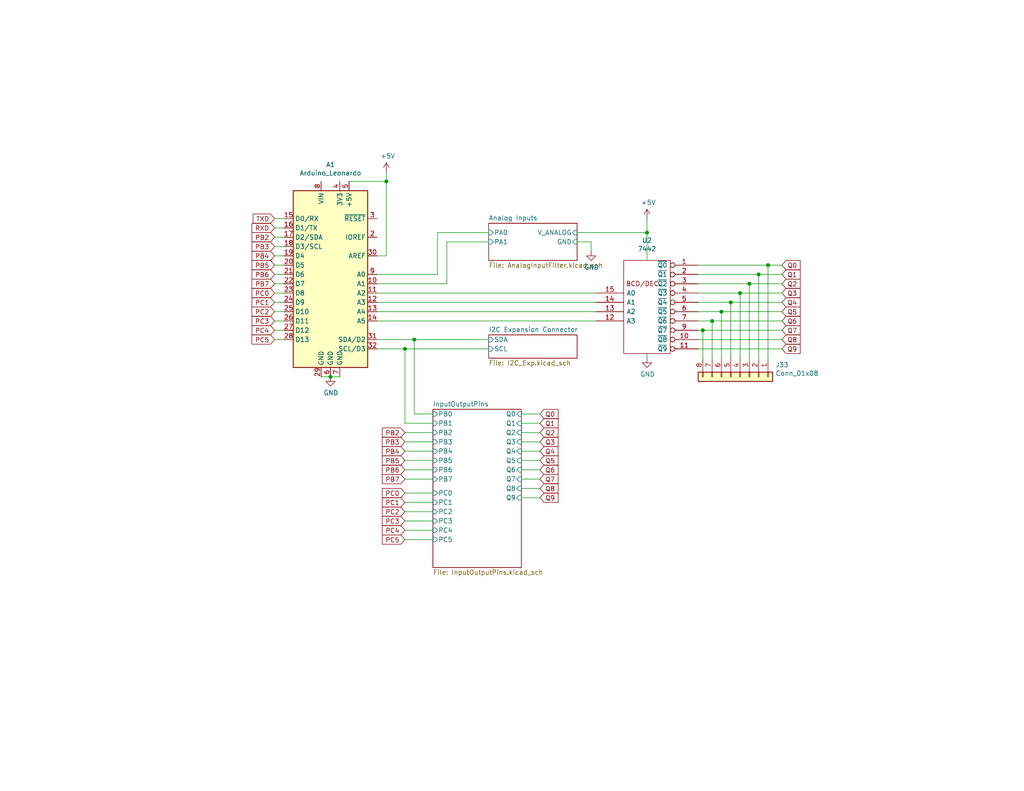
<source format=kicad_sch>
(kicad_sch (version 20211123) (generator eeschema)
  (paper "USLetter")
  (title_block (title "uC-HMI") (date "2021-09-05") (rev "2") (company "Jacobston Inc"))
  (lib_symbols
    (symbol "74xx_IEEE:7442" (pin_names (offset 0.762))
      (property "Reference" "U" (at 6.35 13.97 0))
      (property "Value" "7442" (at 8.89 -15.24 0))
      (symbol "7442_0_0"
        (rectangle (start -6.35 12.7) (end 6.35 -12.7))
        (text "BCD/DEC" (at -1.27 6.35 0) (effects (font (size 1.27 1.27))))
        (pin power_in line (at 0 12.7 270) (length 0) hide (name "VCC") (number "16"))
        (pin power_in line (at 0 -12.7 90) (length 0) hide (name "GND") (number "8"))
      )
      (symbol "7442_1_1"
        (pin output inverted (at 13.97 11.43 180) (length 7.62) (name "~{Q0}") (number "1"))
        (pin output inverted (at 13.97 -8.89 180) (length 7.62) (name "~{Q8}") (number "10"))
        (pin output inverted (at 13.97 -11.43 180) (length 7.62) (name "~{Q9}") (number "11"))
        (pin input line (at -13.97 -3.81 0) (length 7.62) (name "A3") (number "12"))
        (pin input line (at -13.97 -1.27 0) (length 7.62) (name "A2") (number "13"))
        (pin input line (at -13.97 1.27 0) (length 7.62) (name "A1") (number "14"))
        (pin input line (at -13.97 3.81 0) (length 7.62) (name "A0") (number "15"))
        (pin output inverted (at 13.97 8.89 180) (length 7.62) (name "~{Q1}") (number "2"))
        (pin output inverted (at 13.97 6.35 180) (length 7.62) (name "~{Q2}") (number "3"))
        (pin output inverted (at 13.97 3.81 180) (length 7.62) (name "~{Q3}") (number "4"))
        (pin output inverted (at 13.97 1.27 180) (length 7.62) (name "~{Q4}") (number "5"))
        (pin output inverted (at 13.97 -1.27 180) (length 7.62) (name "~{Q5}") (number "6"))
        (pin output inverted (at 13.97 -3.81 180) (length 7.62) (name "~{Q6}") (number "7"))
        (pin output inverted (at 13.97 -6.35 180) (length 7.62) (name "~{Q7}") (number "9"))
      )
    )
    (symbol "Connector_Generic:Conn_01x08" (pin_names (offset 1.016) hide)
      (property "Reference" "J" (at 0 10.16 0))
      (property "Value" "Conn_01x08" (at 0 -12.7 0))
      (symbol "Conn_01x08_1_1"
        (rectangle (start -1.27 -10.033) (end 0 -10.287) (stroke (width 0.1524)))
        (rectangle (start -1.27 -7.493) (end 0 -7.747) (stroke (width 0.1524)))
        (rectangle (start -1.27 -4.953) (end 0 -5.207) (stroke (width 0.1524)))
        (rectangle (start -1.27 -2.413) (end 0 -2.667) (stroke (width 0.1524)))
        (rectangle (start -1.27 0.127) (end 0 -0.127) (stroke (width 0.1524)))
        (rectangle (start -1.27 2.667) (end 0 2.413) (stroke (width 0.1524)))
        (rectangle (start -1.27 5.207) (end 0 4.953) (stroke (width 0.1524)))
        (rectangle (start -1.27 7.747) (end 0 7.493) (stroke (width 0.1524)))
        (rectangle (start -1.27 8.89) (end 1.27 -11.43) (stroke (width 0.254)) (fill (type background)))
        (pin passive line (at -5.08 7.62 0) (length 3.81) (name "Pin_1") (number "1"))
        (pin passive line (at -5.08 5.08 0) (length 3.81) (name "Pin_2") (number "2"))
        (pin passive line (at -5.08 2.54 0) (length 3.81) (name "Pin_3") (number "3"))
        (pin passive line (at -5.08 0 0) (length 3.81) (name "Pin_4") (number "4"))
        (pin passive line (at -5.08 -2.54 0) (length 3.81) (name "Pin_5") (number "5"))
        (pin passive line (at -5.08 -5.08 0) (length 3.81) (name "Pin_6") (number "6"))
        (pin passive line (at -5.08 -7.62 0) (length 3.81) (name "Pin_7") (number "7"))
        (pin passive line (at -5.08 -10.16 0) (length 3.81) (name "Pin_8") (number "8"))
      )
    )
    (symbol "MCU_Module:Arduino_Leonardo"
      (property "Reference" "A" (at -10.16 23.495 0))
      (property "Value" "Arduino_Leonardo" (at 5.08 -26.67 0))
      (symbol "Arduino_Leonardo_0_1"
        (rectangle (start -10.16 22.86) (end 10.16 -25.4) (stroke (width 0.254)) (fill (type background)))
      )
      (symbol "Arduino_Leonardo_1_1"
        (pin no_connect line (at -10.16 -20.32 0) (length 2.54) hide (name "NC") (number "1"))
        (pin bidirectional line (at 12.7 -2.54 180) (length 2.54) (name "A1") (number "10"))
        (pin bidirectional line (at 12.7 -5.08 180) (length 2.54) (name "A2") (number "11"))
        (pin bidirectional line (at 12.7 -7.62 180) (length 2.54) (name "A3") (number "12"))
        (pin bidirectional line (at 12.7 -10.16 180) (length 2.54) (name "A4") (number "13"))
        (pin bidirectional line (at 12.7 -12.7 180) (length 2.54) (name "A5") (number "14"))
        (pin bidirectional line (at -12.7 15.24 0) (length 2.54) (name "D0/RX") (number "15"))
        (pin bidirectional line (at -12.7 12.7 0) (length 2.54) (name "D1/TX") (number "16"))
        (pin bidirectional line (at -12.7 10.16 0) (length 2.54) (name "D2/SDA") (number "17"))
        (pin bidirectional line (at -12.7 7.62 0) (length 2.54) (name "D3/SCL") (number "18"))
        (pin bidirectional line (at -12.7 5.08 0) (length 2.54) (name "D4") (number "19"))
        (pin output line (at 12.7 10.16 180) (length 2.54) (name "IOREF") (number "2"))
        (pin bidirectional line (at -12.7 2.54 0) (length 2.54) (name "D5") (number "20"))
        (pin bidirectional line (at -12.7 0 0) (length 2.54) (name "D6") (number "21"))
        (pin bidirectional line (at -12.7 -2.54 0) (length 2.54) (name "D7") (number "22"))
        (pin bidirectional line (at -12.7 -5.08 0) (length 2.54) (name "D8") (number "23"))
        (pin bidirectional line (at -12.7 -7.62 0) (length 2.54) (name "D9") (number "24"))
        (pin bidirectional line (at -12.7 -10.16 0) (length 2.54) (name "D10") (number "25"))
        (pin bidirectional line (at -12.7 -12.7 0) (length 2.54) (name "D11") (number "26"))
        (pin bidirectional line (at -12.7 -15.24 0) (length 2.54) (name "D12") (number "27"))
        (pin bidirectional line (at -12.7 -17.78 0) (length 2.54) (name "D13") (number "28"))
        (pin power_in line (at -2.54 -27.94 90) (length 2.54) (name "GND") (number "29"))
        (pin input line (at 12.7 15.24 180) (length 2.54) (name "~{RESET}") (number "3"))
        (pin input line (at 12.7 5.08 180) (length 2.54) (name "AREF") (number "30"))
        (pin bidirectional line (at 12.7 -17.78 180) (length 2.54) (name "SDA/D2") (number "31"))
        (pin bidirectional line (at 12.7 -20.32 180) (length 2.54) (name "SCL/D3") (number "32"))
        (pin power_out line (at 2.54 25.4 270) (length 2.54) (name "3V3") (number "4"))
        (pin power_out line (at 5.08 25.4 270) (length 2.54) (name "+5V") (number "5"))
        (pin power_in line (at 0 -27.94 90) (length 2.54) (name "GND") (number "6"))
        (pin power_in line (at 2.54 -27.94 90) (length 2.54) (name "GND") (number "7"))
        (pin power_in line (at -2.54 25.4 270) (length 2.54) (name "VIN") (number "8"))
        (pin bidirectional line (at 12.7 0 180) (length 2.54) (name "A0") (number "9"))
      )
    )
    (symbol "power:+5V" (power) (pin_names (offset 0))
      (property "Value" "+5V" (at 0 3.556 0))
      (symbol "+5V_0_1"
        (polyline (pts (xy -0.762 1.27) (xy 0 2.54)))
        (polyline (pts (xy 0 0) (xy 0 2.54)))
        (polyline (pts (xy 0 2.54) (xy 0.762 1.27)))
      )
      (symbol "+5V_1_1"
        (pin power_in line (at 0 0 90) (length 0) hide (name "+5V") (number "1"))
      )
    )
    (symbol "power:GND" (power) (pin_names (offset 0))
      (property "Value" "GND" (at 0 -3.81 0))
      (symbol "GND_0_1"
        (polyline (pts (xy 0 0) (xy 0 -1.27) (xy 1.27 -1.27) (xy 0 -2.54) (xy -1.27 -1.27) (xy 0 -1.27)))
      )
      (symbol "GND_1_1"
        (pin power_in line (at 0 0 270) (length 0) hide (name "GND") (number "1"))
      )
    )
  )
  (junction (at 204.47 77.47))
  (junction (at 199.39 82.55))
  (junction (at 207.01 74.93))
  (junction (at 201.93 80.01))
  (junction (at 194.31 87.63))
  (junction (at 105.41 49.53))
  (junction (at 176.53 63.5))
  (junction (at 196.85 85.09))
  (junction (at 113.03 92.71))
  (junction (at 110.49 95.25))
  (junction (at 90.17 102.87))
  (junction (at 209.55 72.39))
  (junction (at 191.77 90.17))
  (wire (pts (xy 142.24 113.03) (xy 147.32 113.03)))
  (wire (pts (xy 190.5 95.25) (xy 213.36 95.25)))
  (wire (pts (xy 77.47 87.63) (xy 74.93 87.63)))
  (wire (pts (xy 176.53 59.69) (xy 176.53 63.5)))
  (wire (pts (xy 118.11 113.03) (xy 113.03 113.03)))
  (wire (pts (xy 209.55 72.39) (xy 213.36 72.39)))
  (wire (pts (xy 121.92 77.47) (xy 121.92 66.04)))
  (wire (pts (xy 207.01 97.79) (xy 207.01 74.93)))
  (wire (pts (xy 142.24 123.19) (xy 147.32 123.19)))
  (wire (pts (xy 74.93 62.23) (xy 77.47 62.23)))
  (wire (pts (xy 194.31 97.79) (xy 194.31 87.63)))
  (wire (pts (xy 176.53 63.5) (xy 176.53 71.12)))
  (wire (pts (xy 118.11 142.24) (xy 110.49 142.24)))
  (wire (pts (xy 118.11 130.81) (xy 110.49 130.81)))
  (wire (pts (xy 190.5 90.17) (xy 191.77 90.17)))
  (wire (pts (xy 74.93 80.01) (xy 77.47 80.01)))
  (wire (pts (xy 190.5 72.39) (xy 209.55 72.39)))
  (wire (pts (xy 162.56 80.01) (xy 102.87 80.01)))
  (wire (pts (xy 113.03 113.03) (xy 113.03 92.71)))
  (wire (pts (xy 102.87 74.93) (xy 119.38 74.93)))
  (wire (pts (xy 110.49 128.27) (xy 118.11 128.27)))
  (wire (pts (xy 196.85 97.79) (xy 196.85 85.09)))
  (wire (pts (xy 190.5 82.55) (xy 199.39 82.55)))
  (wire (pts (xy 102.87 77.47) (xy 121.92 77.47)))
  (wire (pts (xy 191.77 97.79) (xy 191.77 90.17)))
  (wire (pts (xy 102.87 92.71) (xy 113.03 92.71)))
  (wire (pts (xy 110.49 123.19) (xy 118.11 123.19)))
  (wire (pts (xy 194.31 87.63) (xy 213.36 87.63)))
  (wire (pts (xy 204.47 97.79) (xy 204.47 77.47)))
  (wire (pts (xy 147.32 135.89) (xy 142.24 135.89)))
  (wire (pts (xy 142.24 118.11) (xy 147.32 118.11)))
  (wire (pts (xy 110.49 134.62) (xy 118.11 134.62)))
  (wire (pts (xy 110.49 144.78) (xy 118.11 144.78)))
  (wire (pts (xy 118.11 137.16) (xy 110.49 137.16)))
  (wire (pts (xy 119.38 74.93) (xy 119.38 63.5)))
  (wire (pts (xy 74.93 69.85) (xy 77.47 69.85)))
  (wire (pts (xy 147.32 130.81) (xy 142.24 130.81)))
  (wire (pts (xy 118.11 120.65) (xy 110.49 120.65)))
  (wire (pts (xy 190.5 85.09) (xy 196.85 85.09)))
  (wire (pts (xy 201.93 97.79) (xy 201.93 80.01)))
  (wire (pts (xy 77.47 77.47) (xy 74.93 77.47)))
  (wire (pts (xy 190.5 74.93) (xy 207.01 74.93)))
  (wire (pts (xy 110.49 95.25) (xy 133.35 95.25)))
  (wire (pts (xy 176.53 97.79) (xy 176.53 96.52)))
  (wire (pts (xy 110.49 118.11) (xy 118.11 118.11)))
  (wire (pts (xy 157.48 63.5) (xy 176.53 63.5)))
  (wire (pts (xy 74.93 64.77) (xy 77.47 64.77)))
  (wire (pts (xy 77.47 67.31) (xy 74.93 67.31)))
  (wire (pts (xy 102.87 87.63) (xy 162.56 87.63)))
  (wire (pts (xy 191.77 90.17) (xy 213.36 90.17)))
  (wire (pts (xy 90.17 102.87) (xy 87.63 102.87)))
  (wire (pts (xy 90.17 102.87) (xy 92.71 102.87)))
  (wire (pts (xy 157.48 66.04) (xy 161.29 66.04)))
  (wire (pts (xy 207.01 74.93) (xy 213.36 74.93)))
  (wire (pts (xy 142.24 125.73) (xy 147.32 125.73)))
  (wire (pts (xy 199.39 82.55) (xy 213.36 82.55)))
  (wire (pts (xy 190.5 87.63) (xy 194.31 87.63)))
  (wire (pts (xy 102.87 82.55) (xy 162.56 82.55)))
  (wire (pts (xy 74.93 92.71) (xy 77.47 92.71)))
  (wire (pts (xy 204.47 77.47) (xy 213.36 77.47)))
  (wire (pts (xy 199.39 97.79) (xy 199.39 82.55)))
  (wire (pts (xy 77.47 82.55) (xy 74.93 82.55)))
  (wire (pts (xy 118.11 147.32) (xy 110.49 147.32)))
  (wire (pts (xy 77.47 59.69) (xy 74.93 59.69)))
  (wire (pts (xy 147.32 120.65) (xy 142.24 120.65)))
  (wire (pts (xy 105.41 49.53) (xy 105.41 69.85)))
  (wire (pts (xy 74.93 85.09) (xy 77.47 85.09)))
  (wire (pts (xy 105.41 69.85) (xy 102.87 69.85)))
  (wire (pts (xy 209.55 97.79) (xy 209.55 72.39)))
  (wire (pts (xy 121.92 66.04) (xy 133.35 66.04)))
  (wire (pts (xy 190.5 77.47) (xy 204.47 77.47)))
  (wire (pts (xy 113.03 92.71) (xy 133.35 92.71)))
  (wire (pts (xy 74.93 74.93) (xy 77.47 74.93)))
  (wire (pts (xy 118.11 125.73) (xy 110.49 125.73)))
  (wire (pts (xy 142.24 128.27) (xy 147.32 128.27)))
  (wire (pts (xy 110.49 115.57) (xy 118.11 115.57)))
  (wire (pts (xy 201.93 80.01) (xy 213.36 80.01)))
  (wire (pts (xy 147.32 115.57) (xy 142.24 115.57)))
  (wire (pts (xy 110.49 139.7) (xy 118.11 139.7)))
  (wire (pts (xy 190.5 80.01) (xy 201.93 80.01)))
  (wire (pts (xy 110.49 115.57) (xy 110.49 95.25)))
  (wire (pts (xy 110.49 95.25) (xy 102.87 95.25)))
  (wire (pts (xy 162.56 85.09) (xy 102.87 85.09)))
  (wire (pts (xy 105.41 49.53) (xy 105.41 46.99)))
  (wire (pts (xy 74.93 90.17) (xy 77.47 90.17)))
  (wire (pts (xy 161.29 66.04) (xy 161.29 68.58)))
  (wire (pts (xy 95.25 49.53) (xy 105.41 49.53)))
  (wire (pts (xy 190.5 92.71) (xy 213.36 92.71)))
  (wire (pts (xy 77.47 72.39) (xy 74.93 72.39)))
  (wire (pts (xy 142.24 133.35) (xy 147.32 133.35)))
  (wire (pts (xy 196.85 85.09) (xy 213.36 85.09)))
  (wire (pts (xy 119.38 63.5) (xy 133.35 63.5)))
  (global_label "Q1" (shape input) (at 213.36 74.93 0) (property "Intersheet References" "${INTERSHEET_REFS}" (effects hide)))
  (global_label "PC4" (shape input) (at 74.93 90.17 180) (property "Intersheet References" "${INTERSHEET_REFS}" (effects hide)))
  (global_label "Q9" (shape input) (at 147.32 135.89 0) (property "Intersheet References" "${INTERSHEET_REFS}" (effects hide)))
  (global_label "PB5" (shape input) (at 110.49 125.73 180) (property "Intersheet References" "${INTERSHEET_REFS}" (effects hide)))
  (global_label "Q8" (shape input) (at 213.36 92.71 0) (property "Intersheet References" "${INTERSHEET_REFS}" (effects hide)))
  (global_label "Q9" (shape input) (at 213.36 95.25 0) (property "Intersheet References" "${INTERSHEET_REFS}" (effects hide)))
  (global_label "Q3" (shape input) (at 147.32 120.65 0) (property "Intersheet References" "${INTERSHEET_REFS}" (effects hide)))
  (global_label "PC2" (shape input) (at 110.49 139.7 180) (property "Intersheet References" "${INTERSHEET_REFS}" (effects hide)))
  (global_label "PB6" (shape input) (at 74.93 74.93 180) (property "Intersheet References" "${INTERSHEET_REFS}" (effects hide)))
  (global_label "PC5" (shape input) (at 74.93 92.71 180) (property "Intersheet References" "${INTERSHEET_REFS}" (effects hide)))
  (global_label "Q5" (shape input) (at 213.36 85.09 0) (property "Intersheet References" "${INTERSHEET_REFS}" (effects hide)))
  (global_label "PC3" (shape input) (at 74.93 87.63 180) (property "Intersheet References" "${INTERSHEET_REFS}" (effects hide)))
  (global_label "PB5" (shape input) (at 74.93 72.39 180) (property "Intersheet References" "${INTERSHEET_REFS}" (effects hide)))
  (global_label "Q8" (shape input) (at 147.32 133.35 0) (property "Intersheet References" "${INTERSHEET_REFS}" (effects hide)))
  (global_label "PC3" (shape input) (at 110.49 142.24 180) (property "Intersheet References" "${INTERSHEET_REFS}" (effects hide)))
  (global_label "TXD" (shape input) (at 74.93 59.69 180) (property "Intersheet References" "${INTERSHEET_REFS}" (effects hide)))
  (global_label "PC0" (shape input) (at 110.49 134.62 180) (property "Intersheet References" "${INTERSHEET_REFS}" (effects hide)))
  (global_label "PC1" (shape input) (at 110.49 137.16 180) (property "Intersheet References" "${INTERSHEET_REFS}" (effects hide)))
  (global_label "PB4" (shape input) (at 110.49 123.19 180) (property "Intersheet References" "${INTERSHEET_REFS}" (effects hide)))
  (global_label "Q5" (shape input) (at 147.32 125.73 0) (property "Intersheet References" "${INTERSHEET_REFS}" (effects hide)))
  (global_label "RXD" (shape input) (at 74.93 62.23 180) (property "Intersheet References" "${INTERSHEET_REFS}" (effects hide)))
  (global_label "PB3" (shape input) (at 74.93 67.31 180) (property "Intersheet References" "${INTERSHEET_REFS}" (effects hide)))
  (global_label "PB7" (shape input) (at 110.49 130.81 180) (property "Intersheet References" "${INTERSHEET_REFS}" (effects hide)))
  (global_label "Q2" (shape input) (at 213.36 77.47 0) (property "Intersheet References" "${INTERSHEET_REFS}" (effects hide)))
  (global_label "PB7" (shape input) (at 74.93 77.47 180) (property "Intersheet References" "${INTERSHEET_REFS}" (effects hide)))
  (global_label "Q3" (shape input) (at 213.36 80.01 0) (property "Intersheet References" "${INTERSHEET_REFS}" (effects hide)))
  (global_label "Q7" (shape input) (at 147.32 130.81 0) (property "Intersheet References" "${INTERSHEET_REFS}" (effects hide)))
  (global_label "PC5" (shape input) (at 110.49 147.32 180) (property "Intersheet References" "${INTERSHEET_REFS}" (effects hide)))
  (global_label "PC0" (shape input) (at 74.93 80.01 180) (property "Intersheet References" "${INTERSHEET_REFS}" (effects hide)))
  (global_label "Q4" (shape input) (at 213.36 82.55 0) (property "Intersheet References" "${INTERSHEET_REFS}" (effects hide)))
  (global_label "Q0" (shape input) (at 147.32 113.03 0) (property "Intersheet References" "${INTERSHEET_REFS}" (effects hide)))
  (global_label "Q6" (shape input) (at 213.36 87.63 0) (property "Intersheet References" "${INTERSHEET_REFS}" (effects hide)))
  (global_label "PB3" (shape input) (at 110.49 120.65 180) (property "Intersheet References" "${INTERSHEET_REFS}" (effects hide)))
  (global_label "Q7" (shape input) (at 213.36 90.17 0) (property "Intersheet References" "${INTERSHEET_REFS}" (effects hide)))
  (global_label "PC2" (shape input) (at 74.93 85.09 180) (property "Intersheet References" "${INTERSHEET_REFS}" (effects hide)))
  (global_label "Q2" (shape input) (at 147.32 118.11 0) (property "Intersheet References" "${INTERSHEET_REFS}" (effects hide)))
  (global_label "PB6" (shape input) (at 110.49 128.27 180) (property "Intersheet References" "${INTERSHEET_REFS}" (effects hide)))
  (global_label "PB4" (shape input) (at 74.93 69.85 180) (property "Intersheet References" "${INTERSHEET_REFS}" (effects hide)))
  (global_label "Q4" (shape input) (at 147.32 123.19 0) (property "Intersheet References" "${INTERSHEET_REFS}" (effects hide)))
  (global_label "Q1" (shape input) (at 147.32 115.57 0) (property "Intersheet References" "${INTERSHEET_REFS}" (effects hide)))
  (global_label "Q6" (shape input) (at 147.32 128.27 0) (property "Intersheet References" "${INTERSHEET_REFS}" (effects hide)))
  (global_label "PB2" (shape input) (at 74.93 64.77 180) (property "Intersheet References" "${INTERSHEET_REFS}" (effects hide)))
  (global_label "PB2" (shape input) (at 110.49 118.11 180) (property "Intersheet References" "${INTERSHEET_REFS}" (effects hide)))
  (global_label "PC4" (shape input) (at 110.49 144.78 180) (property "Intersheet References" "${INTERSHEET_REFS}" (effects hide)))
  (global_label "Q0" (shape input) (at 213.36 72.39 0) (property "Intersheet References" "${INTERSHEET_REFS}" (effects hide)))
  (global_label "PC1" (shape input) (at 74.93 82.55 180) (property "Intersheet References" "${INTERSHEET_REFS}" (effects hide)))
  (symbol (lib_id "74xx_IEEE:7442") (at 176.53 83.82 0) (unit 1)
    (property "Reference" "U2" (at 176.53 65.6336 0))
    (property "Value" "7442" (at 176.53 67.945 0))
    (property "Footprint" "Package_DIP:DIP-16_W7.62mm" (effects hide))
  )
  (symbol (lib_id "power:GND") (at 161.29 68.58 0) (unit 1)
    (property "Reference" "#PWR04" (effects hide))
    (property "Value" "GND" (at 161.417 72.9742 0))
  )
  (symbol (lib_id "power:GND") (at 176.53 97.79 0) (unit 1)
    (property "Reference" "#PWR06" (effects hide))
    (property "Value" "GND" (at 176.657 102.1842 0))
  )
  (symbol (lib_id "power:+5V") (at 176.53 59.69 0) (unit 1)
    (property "Reference" "#PWR05" (effects hide))
    (property "Value" "+5V" (at 176.911 55.2958 0))
  )
  (symbol (lib_id "Connector_Generic:Conn_01x08") (at 201.93 102.87 270) (unit 1)
    (property "Reference" "J33" (at 211.582 99.6188 90) (effects (justify left)))
    (property "Value" "Conn_01x08" (at 211.582 101.9302 90) (effects (justify left)))
    (property "Footprint" "Connector_PinHeader_2.54mm:PinHeader_1x08_P2.54mm_Vertical" (effects hide))
  )
  (symbol (lib_id "MCU_Module:Arduino_Leonardo") (at 90.17 74.93 0) (unit 1)
    (property "Reference" "A1" (at 90.17 44.9326 0))
    (property "Value" "Arduino_Leonardo" (at 90.17 47.244 0))
    (property "Footprint" "Module:Arduino_UNO_R3" (effects hide))
    (property "Datasheet" "https://www.arduino.cc/en/Main/ArduinoBoardLeonardo" (effects hide))
  )
  (symbol (lib_id "power:+5V") (at 105.41 46.99 0) (unit 1)
    (property "Reference" "#PWR0101" (effects hide))
    (property "Value" "+5V" (at 105.791 42.5958 0))
  )
  (symbol (lib_id "power:GND") (at 90.17 102.87 0) (unit 1)
    (property "Reference" "#PWR0102" (effects hide))
    (property "Value" "GND" (at 90.297 107.2642 0))
  )
  (sheet (at 118.11 111.76) (size 24.13 43.18)
    (property "Sheet name" "InputOutputPins" (at 118.11 111.0484 0) (effects (justify left bottom)))
    (property "Sheet file" "InputOutputPins.kicad_sch" (at 118.11 155.5246 0) (effects (justify left top)))
    (pin "Q1" input (at 142.24 115.57 0))
    (pin "Q0" input (at 142.24 113.03 0))
    (pin "Q2" input (at 142.24 118.11 0))
    (pin "Q3" input (at 142.24 120.65 0))
    (pin "Q4" input (at 142.24 123.19 0))
    (pin "Q5" input (at 142.24 125.73 0))
    (pin "Q6" input (at 142.24 128.27 0))
    (pin "Q7" input (at 142.24 130.81 0))
    (pin "Q8" input (at 142.24 133.35 0))
    (pin "Q9" input (at 142.24 135.89 0))
    (pin "PB0" input (at 118.11 113.03 180))
    (pin "PB1" input (at 118.11 115.57 180))
    (pin "PB2" input (at 118.11 118.11 180))
    (pin "PB3" input (at 118.11 120.65 180))
    (pin "PB4" input (at 118.11 123.19 180))
    (pin "PB5" input (at 118.11 125.73 180))
    (pin "PB6" input (at 118.11 128.27 180))
    (pin "PB7" input (at 118.11 130.81 180))
    (pin "PC0" input (at 118.11 134.62 180))
    (pin "PC1" input (at 118.11 137.16 180))
    (pin "PC2" input (at 118.11 139.7 180))
    (pin "PC3" input (at 118.11 142.24 180))
    (pin "PC4" input (at 118.11 144.78 180))
    (pin "PC5" input (at 118.11 147.32 180))
  )
  (sheet (at 133.35 60.96) (size 24.13 10.16)
    (property "Sheet name" "Analog Inputs" (at 133.35 60.2484 0) (effects (justify left bottom)))
    (property "Sheet file" "AnalogInputFIlter.kicad_sch" (at 133.35 71.7046 0) (effects (justify left top)))
    (pin "PA0" input (at 133.35 63.5 180))
    (pin "PA1" input (at 133.35 66.04 180))
    (pin "V_ANALOG" input (at 157.48 63.5 0))
    (pin "GND" input (at 157.48 66.04 0))
  )
  (sheet (at 133.35 91.44) (size 24.13 6.35)
    (property "Sheet name" "I2C Expansion Connector" (at 133.35 90.7284 0) (effects (justify left bottom)))
    (property "Sheet file" "I2C_Exp.kicad_sch" (at 133.35 98.3746 0) (effects (justify left top)))
    (pin "SCL" input (at 133.35 95.25 180))
    (pin "SDA" input (at 133.35 92.71 180))
  )
)
</source>
